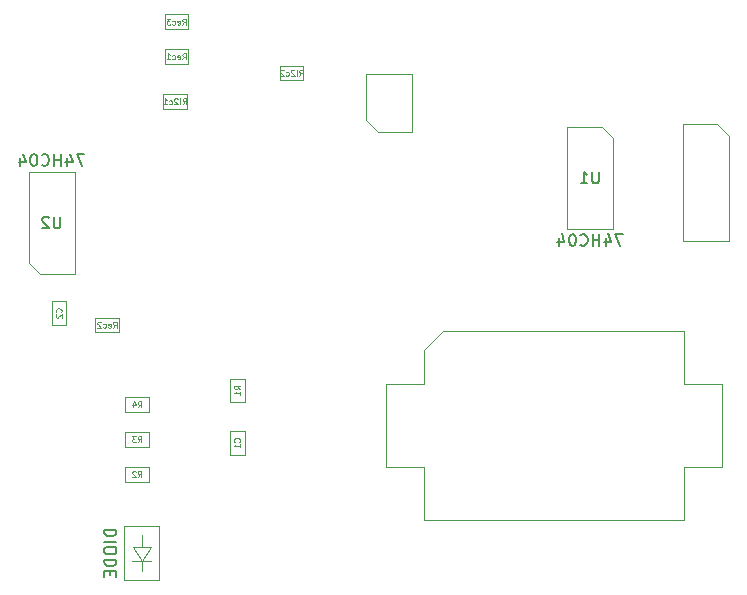
<source format=gbr>
%TF.GenerationSoftware,KiCad,Pcbnew,(5.1.8)-1*%
%TF.CreationDate,2021-03-12T13:42:17+01:00*%
%TF.ProjectId,AP,41502e6b-6963-4616-945f-706362585858,rev?*%
%TF.SameCoordinates,Original*%
%TF.FileFunction,Other,Fab,Bot*%
%FSLAX46Y46*%
G04 Gerber Fmt 4.6, Leading zero omitted, Abs format (unit mm)*
G04 Created by KiCad (PCBNEW (5.1.8)-1) date 2021-03-12 13:42:17*
%MOMM*%
%LPD*%
G01*
G04 APERTURE LIST*
%ADD10C,0.100000*%
%ADD11C,0.080000*%
%ADD12C,0.150000*%
G04 APERTURE END LIST*
D10*
%TO.C,RTC1*%
X166960000Y-81485000D02*
X167935000Y-82460000D01*
X166960000Y-77560000D02*
X166960000Y-81485000D01*
X170860000Y-77560000D02*
X166960000Y-77560000D01*
X170860000Y-82460000D02*
X170860000Y-77560000D01*
X167935000Y-82460000D02*
X170860000Y-82460000D01*
%TO.C,RI2c2*%
X161655000Y-76845000D02*
X159655000Y-76845000D01*
X161655000Y-78095000D02*
X161655000Y-76845000D01*
X159655000Y-78095000D02*
X161655000Y-78095000D01*
X159655000Y-76845000D02*
X159655000Y-78095000D01*
%TO.C,RI2c1*%
X151774400Y-79258000D02*
X149774400Y-79258000D01*
X151774400Y-80508000D02*
X151774400Y-79258000D01*
X149774400Y-80508000D02*
X151774400Y-80508000D01*
X149774400Y-79258000D02*
X149774400Y-80508000D01*
%TO.C,Rec3*%
X151904401Y-72507999D02*
X149904401Y-72507999D01*
X151904401Y-73757999D02*
X151904401Y-72507999D01*
X149904401Y-73757999D02*
X151904401Y-73757999D01*
X149904401Y-72507999D02*
X149904401Y-73757999D01*
%TO.C,Rec2*%
X146034000Y-98181000D02*
X144034000Y-98181000D01*
X146034000Y-99431000D02*
X146034000Y-98181000D01*
X144034000Y-99431000D02*
X146034000Y-99431000D01*
X144034000Y-98181000D02*
X144034000Y-99431000D01*
%TO.C,Rec1*%
X151904401Y-75457999D02*
X149904401Y-75457999D01*
X151904401Y-76707999D02*
X151904401Y-75457999D01*
X149904401Y-76707999D02*
X151904401Y-76707999D01*
X149904401Y-75457999D02*
X149904401Y-76707999D01*
%TO.C,R4*%
X148557801Y-104923999D02*
X146557801Y-104923999D01*
X148557801Y-106173999D02*
X148557801Y-104923999D01*
X146557801Y-106173999D02*
X148557801Y-106173999D01*
X146557801Y-104923999D02*
X146557801Y-106173999D01*
%TO.C,R3*%
X148557801Y-107873999D02*
X146557801Y-107873999D01*
X148557801Y-109123999D02*
X148557801Y-107873999D01*
X146557801Y-109123999D02*
X148557801Y-109123999D01*
X146557801Y-107873999D02*
X146557801Y-109123999D01*
%TO.C,R2*%
X148557801Y-110823999D02*
X146557801Y-110823999D01*
X148557801Y-112073999D02*
X148557801Y-110823999D01*
X146557801Y-112073999D02*
X148557801Y-112073999D01*
X146557801Y-110823999D02*
X146557801Y-112073999D01*
%TO.C,R1*%
X155464999Y-103344399D02*
X155464999Y-105344399D01*
X156714999Y-103344399D02*
X155464999Y-103344399D01*
X156714999Y-105344399D02*
X156714999Y-103344399D01*
X155464999Y-105344399D02*
X156714999Y-105344399D01*
%TO.C,Dioda1*%
X147953980Y-118759440D02*
X148754080Y-117608820D01*
X147953980Y-118759440D02*
X147204680Y-117608820D01*
X147204680Y-117608820D02*
X148754080Y-117608820D01*
X148754080Y-118759440D02*
X147153880Y-118759440D01*
X147953980Y-117608820D02*
X147953980Y-116610600D01*
X147953980Y-118759440D02*
X147953980Y-119661140D01*
X149455000Y-115810000D02*
X149455000Y-120410000D01*
X149455000Y-115810000D02*
X146455000Y-115810000D01*
X146455000Y-120410000D02*
X149455000Y-120410000D01*
X146455000Y-115810000D02*
X146455000Y-120410000D01*
%TO.C,Demultiplexor1*%
X197657000Y-82766000D02*
X196682000Y-81791000D01*
X197657000Y-91691000D02*
X197657000Y-82766000D01*
X193757000Y-91691000D02*
X197657000Y-91691000D01*
X193757000Y-81791000D02*
X193757000Y-91691000D01*
X196682000Y-81791000D02*
X193757000Y-81791000D01*
%TO.C,C2*%
X140345000Y-96790000D02*
X140345000Y-98790000D01*
X141595000Y-96790000D02*
X140345000Y-96790000D01*
X141595000Y-98790000D02*
X141595000Y-96790000D01*
X140345000Y-98790000D02*
X141595000Y-98790000D01*
%TO.C,C1*%
X155434999Y-107774399D02*
X155434999Y-109774399D01*
X156684999Y-107774399D02*
X155434999Y-107774399D01*
X156684999Y-109774399D02*
X156684999Y-107774399D01*
X155434999Y-109774399D02*
X156684999Y-109774399D01*
%TO.C,Baterie1*%
X173480000Y-99315000D02*
X171880000Y-100915000D01*
X197080000Y-110815000D02*
X193880000Y-110815000D01*
X197080000Y-103815000D02*
X197080000Y-110815000D01*
X193880000Y-103815000D02*
X197080000Y-103815000D01*
X168680000Y-110815000D02*
X171880000Y-110815000D01*
X168680000Y-103815000D02*
X168680000Y-110815000D01*
X171880000Y-103815000D02*
X168680000Y-103815000D01*
X171880000Y-100915000D02*
X171880000Y-103815000D01*
X171880000Y-115315000D02*
X171880000Y-110815000D01*
X193880000Y-115315000D02*
X193880000Y-110815000D01*
X193880000Y-99315000D02*
X193880000Y-103815000D01*
X193880000Y-115315000D02*
X171880000Y-115315000D01*
X193880000Y-99315000D02*
X173480000Y-99315000D01*
%TO.C,U1*%
X186903000Y-82035000D02*
X183978000Y-82035000D01*
X183978000Y-82035000D02*
X183978000Y-90685000D01*
X183978000Y-90685000D02*
X187878000Y-90685000D01*
X187878000Y-90685000D02*
X187878000Y-83010000D01*
X187878000Y-83010000D02*
X186903000Y-82035000D01*
%TO.C,U2*%
X138385000Y-93520000D02*
X139360000Y-94495000D01*
X138385000Y-85845000D02*
X138385000Y-93520000D01*
X142285000Y-85845000D02*
X138385000Y-85845000D01*
X142285000Y-94495000D02*
X142285000Y-85845000D01*
X139360000Y-94495000D02*
X142285000Y-94495000D01*
%TD*%
%TO.C,RI2c2*%
D11*
X161309761Y-77696190D02*
X161476428Y-77458095D01*
X161595476Y-77696190D02*
X161595476Y-77196190D01*
X161405000Y-77196190D01*
X161357380Y-77220000D01*
X161333571Y-77243809D01*
X161309761Y-77291428D01*
X161309761Y-77362857D01*
X161333571Y-77410476D01*
X161357380Y-77434285D01*
X161405000Y-77458095D01*
X161595476Y-77458095D01*
X161095476Y-77696190D02*
X161095476Y-77196190D01*
X160881190Y-77243809D02*
X160857380Y-77220000D01*
X160809761Y-77196190D01*
X160690714Y-77196190D01*
X160643095Y-77220000D01*
X160619285Y-77243809D01*
X160595476Y-77291428D01*
X160595476Y-77339047D01*
X160619285Y-77410476D01*
X160905000Y-77696190D01*
X160595476Y-77696190D01*
X160166904Y-77672380D02*
X160214523Y-77696190D01*
X160309761Y-77696190D01*
X160357380Y-77672380D01*
X160381190Y-77648571D01*
X160405000Y-77600952D01*
X160405000Y-77458095D01*
X160381190Y-77410476D01*
X160357380Y-77386666D01*
X160309761Y-77362857D01*
X160214523Y-77362857D01*
X160166904Y-77386666D01*
X159976428Y-77243809D02*
X159952619Y-77220000D01*
X159905000Y-77196190D01*
X159785952Y-77196190D01*
X159738333Y-77220000D01*
X159714523Y-77243809D01*
X159690714Y-77291428D01*
X159690714Y-77339047D01*
X159714523Y-77410476D01*
X160000238Y-77696190D01*
X159690714Y-77696190D01*
%TO.C,RI2c1*%
X151429161Y-80109190D02*
X151595828Y-79871095D01*
X151714876Y-80109190D02*
X151714876Y-79609190D01*
X151524400Y-79609190D01*
X151476780Y-79633000D01*
X151452971Y-79656809D01*
X151429161Y-79704428D01*
X151429161Y-79775857D01*
X151452971Y-79823476D01*
X151476780Y-79847285D01*
X151524400Y-79871095D01*
X151714876Y-79871095D01*
X151214876Y-80109190D02*
X151214876Y-79609190D01*
X151000590Y-79656809D02*
X150976780Y-79633000D01*
X150929161Y-79609190D01*
X150810114Y-79609190D01*
X150762495Y-79633000D01*
X150738685Y-79656809D01*
X150714876Y-79704428D01*
X150714876Y-79752047D01*
X150738685Y-79823476D01*
X151024400Y-80109190D01*
X150714876Y-80109190D01*
X150286304Y-80085380D02*
X150333923Y-80109190D01*
X150429161Y-80109190D01*
X150476780Y-80085380D01*
X150500590Y-80061571D01*
X150524400Y-80013952D01*
X150524400Y-79871095D01*
X150500590Y-79823476D01*
X150476780Y-79799666D01*
X150429161Y-79775857D01*
X150333923Y-79775857D01*
X150286304Y-79799666D01*
X149810114Y-80109190D02*
X150095828Y-80109190D01*
X149952971Y-80109190D02*
X149952971Y-79609190D01*
X150000590Y-79680619D01*
X150048209Y-79728238D01*
X150095828Y-79752047D01*
%TO.C,Rec3*%
X151416305Y-73359189D02*
X151582972Y-73121094D01*
X151702020Y-73359189D02*
X151702020Y-72859189D01*
X151511543Y-72859189D01*
X151463924Y-72882999D01*
X151440115Y-72906808D01*
X151416305Y-72954427D01*
X151416305Y-73025856D01*
X151440115Y-73073475D01*
X151463924Y-73097284D01*
X151511543Y-73121094D01*
X151702020Y-73121094D01*
X151011543Y-73335379D02*
X151059162Y-73359189D01*
X151154401Y-73359189D01*
X151202020Y-73335379D01*
X151225829Y-73287760D01*
X151225829Y-73097284D01*
X151202020Y-73049665D01*
X151154401Y-73025856D01*
X151059162Y-73025856D01*
X151011543Y-73049665D01*
X150987734Y-73097284D01*
X150987734Y-73144903D01*
X151225829Y-73192522D01*
X150559162Y-73335379D02*
X150606781Y-73359189D01*
X150702020Y-73359189D01*
X150749639Y-73335379D01*
X150773448Y-73311570D01*
X150797258Y-73263951D01*
X150797258Y-73121094D01*
X150773448Y-73073475D01*
X150749639Y-73049665D01*
X150702020Y-73025856D01*
X150606781Y-73025856D01*
X150559162Y-73049665D01*
X150392496Y-72859189D02*
X150082972Y-72859189D01*
X150249639Y-73049665D01*
X150178210Y-73049665D01*
X150130591Y-73073475D01*
X150106781Y-73097284D01*
X150082972Y-73144903D01*
X150082972Y-73263951D01*
X150106781Y-73311570D01*
X150130591Y-73335379D01*
X150178210Y-73359189D01*
X150321067Y-73359189D01*
X150368686Y-73335379D01*
X150392496Y-73311570D01*
%TO.C,Rec2*%
X145545904Y-99032190D02*
X145712571Y-98794095D01*
X145831619Y-99032190D02*
X145831619Y-98532190D01*
X145641142Y-98532190D01*
X145593523Y-98556000D01*
X145569714Y-98579809D01*
X145545904Y-98627428D01*
X145545904Y-98698857D01*
X145569714Y-98746476D01*
X145593523Y-98770285D01*
X145641142Y-98794095D01*
X145831619Y-98794095D01*
X145141142Y-99008380D02*
X145188761Y-99032190D01*
X145284000Y-99032190D01*
X145331619Y-99008380D01*
X145355428Y-98960761D01*
X145355428Y-98770285D01*
X145331619Y-98722666D01*
X145284000Y-98698857D01*
X145188761Y-98698857D01*
X145141142Y-98722666D01*
X145117333Y-98770285D01*
X145117333Y-98817904D01*
X145355428Y-98865523D01*
X144688761Y-99008380D02*
X144736380Y-99032190D01*
X144831619Y-99032190D01*
X144879238Y-99008380D01*
X144903047Y-98984571D01*
X144926857Y-98936952D01*
X144926857Y-98794095D01*
X144903047Y-98746476D01*
X144879238Y-98722666D01*
X144831619Y-98698857D01*
X144736380Y-98698857D01*
X144688761Y-98722666D01*
X144498285Y-98579809D02*
X144474476Y-98556000D01*
X144426857Y-98532190D01*
X144307809Y-98532190D01*
X144260190Y-98556000D01*
X144236380Y-98579809D01*
X144212571Y-98627428D01*
X144212571Y-98675047D01*
X144236380Y-98746476D01*
X144522095Y-99032190D01*
X144212571Y-99032190D01*
%TO.C,Rec1*%
X151416305Y-76309189D02*
X151582972Y-76071094D01*
X151702020Y-76309189D02*
X151702020Y-75809189D01*
X151511543Y-75809189D01*
X151463924Y-75832999D01*
X151440115Y-75856808D01*
X151416305Y-75904427D01*
X151416305Y-75975856D01*
X151440115Y-76023475D01*
X151463924Y-76047284D01*
X151511543Y-76071094D01*
X151702020Y-76071094D01*
X151011543Y-76285379D02*
X151059162Y-76309189D01*
X151154401Y-76309189D01*
X151202020Y-76285379D01*
X151225829Y-76237760D01*
X151225829Y-76047284D01*
X151202020Y-75999665D01*
X151154401Y-75975856D01*
X151059162Y-75975856D01*
X151011543Y-75999665D01*
X150987734Y-76047284D01*
X150987734Y-76094903D01*
X151225829Y-76142522D01*
X150559162Y-76285379D02*
X150606781Y-76309189D01*
X150702020Y-76309189D01*
X150749639Y-76285379D01*
X150773448Y-76261570D01*
X150797258Y-76213951D01*
X150797258Y-76071094D01*
X150773448Y-76023475D01*
X150749639Y-75999665D01*
X150702020Y-75975856D01*
X150606781Y-75975856D01*
X150559162Y-75999665D01*
X150082972Y-76309189D02*
X150368686Y-76309189D01*
X150225829Y-76309189D02*
X150225829Y-75809189D01*
X150273448Y-75880618D01*
X150321067Y-75928237D01*
X150368686Y-75952046D01*
%TO.C,R4*%
X147641134Y-105775189D02*
X147807801Y-105537094D01*
X147926848Y-105775189D02*
X147926848Y-105275189D01*
X147736372Y-105275189D01*
X147688753Y-105298999D01*
X147664943Y-105322808D01*
X147641134Y-105370427D01*
X147641134Y-105441856D01*
X147664943Y-105489475D01*
X147688753Y-105513284D01*
X147736372Y-105537094D01*
X147926848Y-105537094D01*
X147212562Y-105441856D02*
X147212562Y-105775189D01*
X147331610Y-105251379D02*
X147450658Y-105608522D01*
X147141134Y-105608522D01*
%TO.C,R3*%
X147641134Y-108725189D02*
X147807801Y-108487094D01*
X147926848Y-108725189D02*
X147926848Y-108225189D01*
X147736372Y-108225189D01*
X147688753Y-108248999D01*
X147664943Y-108272808D01*
X147641134Y-108320427D01*
X147641134Y-108391856D01*
X147664943Y-108439475D01*
X147688753Y-108463284D01*
X147736372Y-108487094D01*
X147926848Y-108487094D01*
X147474467Y-108225189D02*
X147164943Y-108225189D01*
X147331610Y-108415665D01*
X147260181Y-108415665D01*
X147212562Y-108439475D01*
X147188753Y-108463284D01*
X147164943Y-108510903D01*
X147164943Y-108629951D01*
X147188753Y-108677570D01*
X147212562Y-108701379D01*
X147260181Y-108725189D01*
X147403039Y-108725189D01*
X147450658Y-108701379D01*
X147474467Y-108677570D01*
%TO.C,R2*%
X147641134Y-111675189D02*
X147807801Y-111437094D01*
X147926848Y-111675189D02*
X147926848Y-111175189D01*
X147736372Y-111175189D01*
X147688753Y-111198999D01*
X147664943Y-111222808D01*
X147641134Y-111270427D01*
X147641134Y-111341856D01*
X147664943Y-111389475D01*
X147688753Y-111413284D01*
X147736372Y-111437094D01*
X147926848Y-111437094D01*
X147450658Y-111222808D02*
X147426848Y-111198999D01*
X147379229Y-111175189D01*
X147260181Y-111175189D01*
X147212562Y-111198999D01*
X147188753Y-111222808D01*
X147164943Y-111270427D01*
X147164943Y-111318046D01*
X147188753Y-111389475D01*
X147474467Y-111675189D01*
X147164943Y-111675189D01*
%TO.C,R1*%
X156316189Y-104261065D02*
X156078094Y-104094399D01*
X156316189Y-103975351D02*
X155816189Y-103975351D01*
X155816189Y-104165827D01*
X155839999Y-104213446D01*
X155863808Y-104237256D01*
X155911427Y-104261065D01*
X155982856Y-104261065D01*
X156030475Y-104237256D01*
X156054284Y-104213446D01*
X156078094Y-104165827D01*
X156078094Y-103975351D01*
X156316189Y-104737256D02*
X156316189Y-104451541D01*
X156316189Y-104594399D02*
X155816189Y-104594399D01*
X155887618Y-104546779D01*
X155935237Y-104499160D01*
X155959046Y-104451541D01*
%TO.C,Dioda1*%
D12*
X145807380Y-116133809D02*
X144807380Y-116133809D01*
X144807380Y-116371904D01*
X144855000Y-116514761D01*
X144950238Y-116610000D01*
X145045476Y-116657619D01*
X145235952Y-116705238D01*
X145378809Y-116705238D01*
X145569285Y-116657619D01*
X145664523Y-116610000D01*
X145759761Y-116514761D01*
X145807380Y-116371904D01*
X145807380Y-116133809D01*
X145807380Y-117133809D02*
X144807380Y-117133809D01*
X144807380Y-117800476D02*
X144807380Y-117990952D01*
X144855000Y-118086190D01*
X144950238Y-118181428D01*
X145140714Y-118229047D01*
X145474047Y-118229047D01*
X145664523Y-118181428D01*
X145759761Y-118086190D01*
X145807380Y-117990952D01*
X145807380Y-117800476D01*
X145759761Y-117705238D01*
X145664523Y-117610000D01*
X145474047Y-117562380D01*
X145140714Y-117562380D01*
X144950238Y-117610000D01*
X144855000Y-117705238D01*
X144807380Y-117800476D01*
X145807380Y-118657619D02*
X144807380Y-118657619D01*
X144807380Y-118895714D01*
X144855000Y-119038571D01*
X144950238Y-119133809D01*
X145045476Y-119181428D01*
X145235952Y-119229047D01*
X145378809Y-119229047D01*
X145569285Y-119181428D01*
X145664523Y-119133809D01*
X145759761Y-119038571D01*
X145807380Y-118895714D01*
X145807380Y-118657619D01*
X145283571Y-119657619D02*
X145283571Y-119990952D01*
X145807380Y-120133809D02*
X145807380Y-119657619D01*
X144807380Y-119657619D01*
X144807380Y-120133809D01*
%TO.C,C2*%
D11*
X141148571Y-97706666D02*
X141172380Y-97682857D01*
X141196190Y-97611428D01*
X141196190Y-97563809D01*
X141172380Y-97492380D01*
X141124761Y-97444761D01*
X141077142Y-97420952D01*
X140981904Y-97397142D01*
X140910476Y-97397142D01*
X140815238Y-97420952D01*
X140767619Y-97444761D01*
X140720000Y-97492380D01*
X140696190Y-97563809D01*
X140696190Y-97611428D01*
X140720000Y-97682857D01*
X140743809Y-97706666D01*
X140743809Y-97897142D02*
X140720000Y-97920952D01*
X140696190Y-97968571D01*
X140696190Y-98087619D01*
X140720000Y-98135238D01*
X140743809Y-98159047D01*
X140791428Y-98182857D01*
X140839047Y-98182857D01*
X140910476Y-98159047D01*
X141196190Y-97873333D01*
X141196190Y-98182857D01*
%TO.C,C1*%
X156238570Y-108691065D02*
X156262379Y-108667256D01*
X156286189Y-108595827D01*
X156286189Y-108548208D01*
X156262379Y-108476779D01*
X156214760Y-108429160D01*
X156167141Y-108405351D01*
X156071903Y-108381541D01*
X156000475Y-108381541D01*
X155905237Y-108405351D01*
X155857618Y-108429160D01*
X155809999Y-108476779D01*
X155786189Y-108548208D01*
X155786189Y-108595827D01*
X155809999Y-108667256D01*
X155833808Y-108691065D01*
X156286189Y-109167256D02*
X156286189Y-108881541D01*
X156286189Y-109024399D02*
X155786189Y-109024399D01*
X155857618Y-108976779D01*
X155905237Y-108929160D01*
X155929046Y-108881541D01*
%TO.C,U1*%
D12*
X188713714Y-91092380D02*
X188047047Y-91092380D01*
X188475619Y-92092380D01*
X187237523Y-91425714D02*
X187237523Y-92092380D01*
X187475619Y-91044761D02*
X187713714Y-91759047D01*
X187094666Y-91759047D01*
X186713714Y-92092380D02*
X186713714Y-91092380D01*
X186713714Y-91568571D02*
X186142285Y-91568571D01*
X186142285Y-92092380D02*
X186142285Y-91092380D01*
X185094666Y-91997142D02*
X185142285Y-92044761D01*
X185285142Y-92092380D01*
X185380380Y-92092380D01*
X185523238Y-92044761D01*
X185618476Y-91949523D01*
X185666095Y-91854285D01*
X185713714Y-91663809D01*
X185713714Y-91520952D01*
X185666095Y-91330476D01*
X185618476Y-91235238D01*
X185523238Y-91140000D01*
X185380380Y-91092380D01*
X185285142Y-91092380D01*
X185142285Y-91140000D01*
X185094666Y-91187619D01*
X184475619Y-91092380D02*
X184380380Y-91092380D01*
X184285142Y-91140000D01*
X184237523Y-91187619D01*
X184189904Y-91282857D01*
X184142285Y-91473333D01*
X184142285Y-91711428D01*
X184189904Y-91901904D01*
X184237523Y-91997142D01*
X184285142Y-92044761D01*
X184380380Y-92092380D01*
X184475619Y-92092380D01*
X184570857Y-92044761D01*
X184618476Y-91997142D01*
X184666095Y-91901904D01*
X184713714Y-91711428D01*
X184713714Y-91473333D01*
X184666095Y-91282857D01*
X184618476Y-91187619D01*
X184570857Y-91140000D01*
X184475619Y-91092380D01*
X183285142Y-91425714D02*
X183285142Y-92092380D01*
X183523238Y-91044761D02*
X183761333Y-91759047D01*
X183142285Y-91759047D01*
X186674666Y-85823333D02*
X186674666Y-86616666D01*
X186628000Y-86710000D01*
X186581333Y-86756666D01*
X186488000Y-86803333D01*
X186301333Y-86803333D01*
X186208000Y-86756666D01*
X186161333Y-86710000D01*
X186114666Y-86616666D01*
X186114666Y-85823333D01*
X185134666Y-86803333D02*
X185694666Y-86803333D01*
X185414666Y-86803333D02*
X185414666Y-85823333D01*
X185508000Y-85963333D01*
X185601333Y-86056666D01*
X185694666Y-86103333D01*
%TO.C,U2*%
X143120714Y-84342380D02*
X142454047Y-84342380D01*
X142882619Y-85342380D01*
X141644523Y-84675714D02*
X141644523Y-85342380D01*
X141882619Y-84294761D02*
X142120714Y-85009047D01*
X141501666Y-85009047D01*
X141120714Y-85342380D02*
X141120714Y-84342380D01*
X141120714Y-84818571D02*
X140549285Y-84818571D01*
X140549285Y-85342380D02*
X140549285Y-84342380D01*
X139501666Y-85247142D02*
X139549285Y-85294761D01*
X139692142Y-85342380D01*
X139787380Y-85342380D01*
X139930238Y-85294761D01*
X140025476Y-85199523D01*
X140073095Y-85104285D01*
X140120714Y-84913809D01*
X140120714Y-84770952D01*
X140073095Y-84580476D01*
X140025476Y-84485238D01*
X139930238Y-84390000D01*
X139787380Y-84342380D01*
X139692142Y-84342380D01*
X139549285Y-84390000D01*
X139501666Y-84437619D01*
X138882619Y-84342380D02*
X138787380Y-84342380D01*
X138692142Y-84390000D01*
X138644523Y-84437619D01*
X138596904Y-84532857D01*
X138549285Y-84723333D01*
X138549285Y-84961428D01*
X138596904Y-85151904D01*
X138644523Y-85247142D01*
X138692142Y-85294761D01*
X138787380Y-85342380D01*
X138882619Y-85342380D01*
X138977857Y-85294761D01*
X139025476Y-85247142D01*
X139073095Y-85151904D01*
X139120714Y-84961428D01*
X139120714Y-84723333D01*
X139073095Y-84532857D01*
X139025476Y-84437619D01*
X138977857Y-84390000D01*
X138882619Y-84342380D01*
X137692142Y-84675714D02*
X137692142Y-85342380D01*
X137930238Y-84294761D02*
X138168333Y-85009047D01*
X137549285Y-85009047D01*
X141081666Y-89633333D02*
X141081666Y-90426666D01*
X141035000Y-90520000D01*
X140988333Y-90566666D01*
X140895000Y-90613333D01*
X140708333Y-90613333D01*
X140615000Y-90566666D01*
X140568333Y-90520000D01*
X140521666Y-90426666D01*
X140521666Y-89633333D01*
X140101666Y-89726666D02*
X140055000Y-89680000D01*
X139961666Y-89633333D01*
X139728333Y-89633333D01*
X139635000Y-89680000D01*
X139588333Y-89726666D01*
X139541666Y-89820000D01*
X139541666Y-89913333D01*
X139588333Y-90053333D01*
X140148333Y-90613333D01*
X139541666Y-90613333D01*
%TD*%
M02*

</source>
